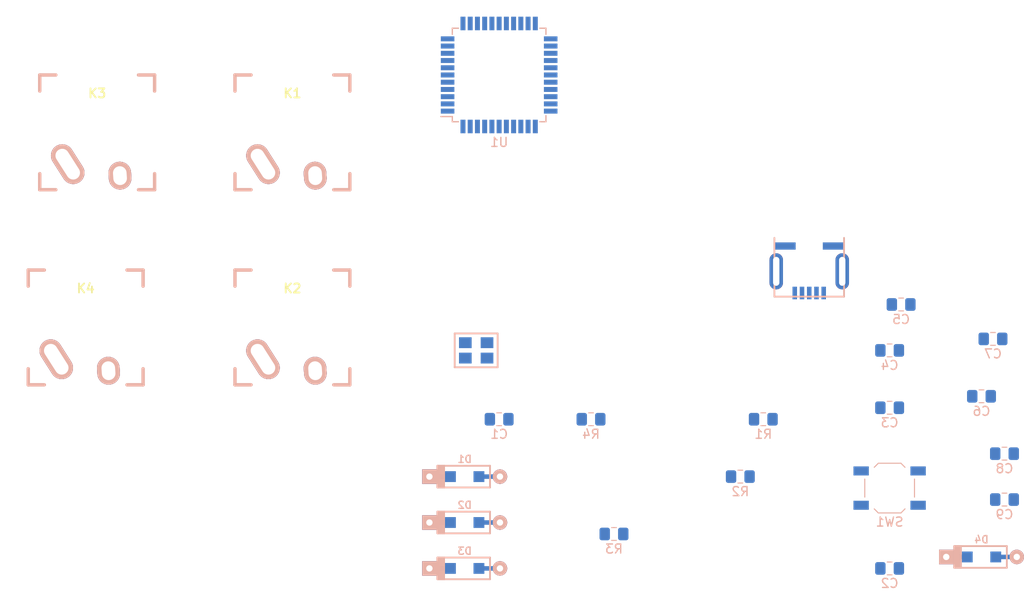
<source format=kicad_pcb>
(kicad_pcb (version 20171130) (host pcbnew "(5.1.6)-1")

  (general
    (thickness 1.6)
    (drawings 0)
    (tracks 0)
    (zones 0)
    (modules 25)
    (nets 44)
  )

  (page A4)
  (layers
    (0 F.Cu signal)
    (31 B.Cu signal)
    (32 B.Adhes user)
    (33 F.Adhes user)
    (34 B.Paste user)
    (35 F.Paste user)
    (36 B.SilkS user)
    (37 F.SilkS user)
    (38 B.Mask user)
    (39 F.Mask user)
    (40 Dwgs.User user)
    (41 Cmts.User user)
    (42 Eco1.User user)
    (43 Eco2.User user)
    (44 Edge.Cuts user)
    (45 Margin user)
    (46 B.CrtYd user)
    (47 F.CrtYd user)
    (48 B.Fab user)
    (49 F.Fab user)
  )

  (setup
    (last_trace_width 0.25)
    (trace_clearance 0.2)
    (zone_clearance 0.508)
    (zone_45_only no)
    (trace_min 0.2)
    (via_size 0.8)
    (via_drill 0.4)
    (via_min_size 0.4)
    (via_min_drill 0.3)
    (uvia_size 0.3)
    (uvia_drill 0.1)
    (uvias_allowed no)
    (uvia_min_size 0.2)
    (uvia_min_drill 0.1)
    (edge_width 0.05)
    (segment_width 0.2)
    (pcb_text_width 0.3)
    (pcb_text_size 1.5 1.5)
    (mod_edge_width 0.12)
    (mod_text_size 1 1)
    (mod_text_width 0.15)
    (pad_size 1.524 1.524)
    (pad_drill 0.762)
    (pad_to_mask_clearance 0.05)
    (aux_axis_origin 0 0)
    (visible_elements FFFFF77F)
    (pcbplotparams
      (layerselection 0x010fc_ffffffff)
      (usegerberextensions false)
      (usegerberattributes true)
      (usegerberadvancedattributes true)
      (creategerberjobfile true)
      (excludeedgelayer true)
      (linewidth 0.100000)
      (plotframeref false)
      (viasonmask false)
      (mode 1)
      (useauxorigin false)
      (hpglpennumber 1)
      (hpglpenspeed 20)
      (hpglpendiameter 15.000000)
      (psnegative false)
      (psa4output false)
      (plotreference true)
      (plotvalue true)
      (plotinvisibletext false)
      (padsonsilk false)
      (subtractmaskfromsilk false)
      (outputformat 1)
      (mirror false)
      (drillshape 1)
      (scaleselection 1)
      (outputdirectory ""))
  )

  (net 0 "")
  (net 1 "Net-(C1-Pad1)")
  (net 2 +5V)
  (net 3 "Net-(C2-Pad1)")
  (net 4 VCC)
  (net 5 "Net-(C8-Pad1)")
  (net 6 "Net-(C9-Pad1)")
  (net 7 "Net-(D1-Pad2)")
  (net 8 /row0)
  (net 9 "Net-(D2-Pad2)")
  (net 10 /row1)
  (net 11 "Net-(D3-Pad2)")
  (net 12 "Net-(D4-Pad2)")
  (net 13 "Net-(J1-Pad2)")
  (net 14 "Net-(J1-Pad3)")
  (net 15 "Net-(J1-Pad4)")
  (net 16 /col0)
  (net 17 /col1)
  (net 18 "Net-(R1-Pad1)")
  (net 19 "Net-(R2-Pad2)")
  (net 20 "Net-(R3-Pad1)")
  (net 21 "Net-(R4-Pad1)")
  (net 22 "Net-(U1-Pad1)")
  (net 23 "Net-(U1-Pad8)")
  (net 24 "Net-(U1-Pad9)")
  (net 25 "Net-(U1-Pad10)")
  (net 26 "Net-(U1-Pad11)")
  (net 27 "Net-(U1-Pad12)")
  (net 28 "Net-(U1-Pad18)")
  (net 29 "Net-(U1-Pad19)")
  (net 30 "Net-(U1-Pad20)")
  (net 31 "Net-(U1-Pad21)")
  (net 32 "Net-(U1-Pad22)")
  (net 33 "Net-(U1-Pad25)")
  (net 34 "Net-(U1-Pad26)")
  (net 35 "Net-(U1-Pad27)")
  (net 36 "Net-(U1-Pad28)")
  (net 37 "Net-(U1-Pad29)")
  (net 38 "Net-(U1-Pad30)")
  (net 39 "Net-(U1-Pad31)")
  (net 40 "Net-(U1-Pad32)")
  (net 41 "Net-(U1-Pad36)")
  (net 42 "Net-(U1-Pad37)")
  (net 43 "Net-(U1-Pad42)")

  (net_class Default "This is the default net class."
    (clearance 0.2)
    (trace_width 0.25)
    (via_dia 0.8)
    (via_drill 0.4)
    (uvia_dia 0.3)
    (uvia_drill 0.1)
    (add_net +5V)
    (add_net /col0)
    (add_net /col1)
    (add_net /row0)
    (add_net /row1)
    (add_net "Net-(C1-Pad1)")
    (add_net "Net-(C2-Pad1)")
    (add_net "Net-(C8-Pad1)")
    (add_net "Net-(C9-Pad1)")
    (add_net "Net-(D1-Pad2)")
    (add_net "Net-(D2-Pad2)")
    (add_net "Net-(D3-Pad2)")
    (add_net "Net-(D4-Pad2)")
    (add_net "Net-(J1-Pad2)")
    (add_net "Net-(J1-Pad3)")
    (add_net "Net-(J1-Pad4)")
    (add_net "Net-(R1-Pad1)")
    (add_net "Net-(R2-Pad2)")
    (add_net "Net-(R3-Pad1)")
    (add_net "Net-(R4-Pad1)")
    (add_net "Net-(U1-Pad1)")
    (add_net "Net-(U1-Pad10)")
    (add_net "Net-(U1-Pad11)")
    (add_net "Net-(U1-Pad12)")
    (add_net "Net-(U1-Pad18)")
    (add_net "Net-(U1-Pad19)")
    (add_net "Net-(U1-Pad20)")
    (add_net "Net-(U1-Pad21)")
    (add_net "Net-(U1-Pad22)")
    (add_net "Net-(U1-Pad25)")
    (add_net "Net-(U1-Pad26)")
    (add_net "Net-(U1-Pad27)")
    (add_net "Net-(U1-Pad28)")
    (add_net "Net-(U1-Pad29)")
    (add_net "Net-(U1-Pad30)")
    (add_net "Net-(U1-Pad31)")
    (add_net "Net-(U1-Pad32)")
    (add_net "Net-(U1-Pad36)")
    (add_net "Net-(U1-Pad37)")
    (add_net "Net-(U1-Pad42)")
    (add_net "Net-(U1-Pad8)")
    (add_net "Net-(U1-Pad9)")
    (add_net VCC)
  )

  (module Capacitor_SMD:C_0805_2012Metric_Pad1.15x1.40mm_HandSolder (layer B.Cu) (tedit 5B36C52B) (tstamp 5F3875DD)
    (at 128.27 134.62)
    (descr "Capacitor SMD 0805 (2012 Metric), square (rectangular) end terminal, IPC_7351 nominal with elongated pad for handsoldering. (Body size source: https://docs.google.com/spreadsheets/d/1BsfQQcO9C6DZCsRaXUlFlo91Tg2WpOkGARC1WS5S8t0/edit?usp=sharing), generated with kicad-footprint-generator")
    (tags "capacitor handsolder")
    (path /5F38913F)
    (attr smd)
    (fp_text reference C1 (at 0 1.65) (layer B.SilkS)
      (effects (font (size 1 1) (thickness 0.15)) (justify mirror))
    )
    (fp_text value 22p (at 0 -1.65) (layer B.Fab)
      (effects (font (size 1 1) (thickness 0.15)) (justify mirror))
    )
    (fp_line (start 1.85 -0.95) (end -1.85 -0.95) (layer B.CrtYd) (width 0.05))
    (fp_line (start 1.85 0.95) (end 1.85 -0.95) (layer B.CrtYd) (width 0.05))
    (fp_line (start -1.85 0.95) (end 1.85 0.95) (layer B.CrtYd) (width 0.05))
    (fp_line (start -1.85 -0.95) (end -1.85 0.95) (layer B.CrtYd) (width 0.05))
    (fp_line (start -0.261252 -0.71) (end 0.261252 -0.71) (layer B.SilkS) (width 0.12))
    (fp_line (start -0.261252 0.71) (end 0.261252 0.71) (layer B.SilkS) (width 0.12))
    (fp_line (start 1 -0.6) (end -1 -0.6) (layer B.Fab) (width 0.1))
    (fp_line (start 1 0.6) (end 1 -0.6) (layer B.Fab) (width 0.1))
    (fp_line (start -1 0.6) (end 1 0.6) (layer B.Fab) (width 0.1))
    (fp_line (start -1 -0.6) (end -1 0.6) (layer B.Fab) (width 0.1))
    (fp_text user %R (at 0 0) (layer B.Fab)
      (effects (font (size 0.5 0.5) (thickness 0.08)) (justify mirror))
    )
    (pad 1 smd roundrect (at -1.025 0) (size 1.15 1.4) (layers B.Cu B.Paste B.Mask) (roundrect_rratio 0.217391)
      (net 1 "Net-(C1-Pad1)"))
    (pad 2 smd roundrect (at 1.025 0) (size 1.15 1.4) (layers B.Cu B.Paste B.Mask) (roundrect_rratio 0.217391)
      (net 2 +5V))
    (model ${KISYS3DMOD}/Capacitor_SMD.3dshapes/C_0805_2012Metric.wrl
      (at (xyz 0 0 0))
      (scale (xyz 1 1 1))
      (rotate (xyz 0 0 0))
    )
  )

  (module Capacitor_SMD:C_0805_2012Metric_Pad1.15x1.40mm_HandSolder (layer B.Cu) (tedit 5B36C52B) (tstamp 5F3875EE)
    (at 171.45 151.13)
    (descr "Capacitor SMD 0805 (2012 Metric), square (rectangular) end terminal, IPC_7351 nominal with elongated pad for handsoldering. (Body size source: https://docs.google.com/spreadsheets/d/1BsfQQcO9C6DZCsRaXUlFlo91Tg2WpOkGARC1WS5S8t0/edit?usp=sharing), generated with kicad-footprint-generator")
    (tags "capacitor handsolder")
    (path /5F388530)
    (attr smd)
    (fp_text reference C2 (at 0 1.65) (layer B.SilkS)
      (effects (font (size 1 1) (thickness 0.15)) (justify mirror))
    )
    (fp_text value 22p (at 0 -1.65) (layer B.Fab)
      (effects (font (size 1 1) (thickness 0.15)) (justify mirror))
    )
    (fp_text user %R (at 0 0) (layer B.Fab)
      (effects (font (size 0.5 0.5) (thickness 0.08)) (justify mirror))
    )
    (fp_line (start -1 -0.6) (end -1 0.6) (layer B.Fab) (width 0.1))
    (fp_line (start -1 0.6) (end 1 0.6) (layer B.Fab) (width 0.1))
    (fp_line (start 1 0.6) (end 1 -0.6) (layer B.Fab) (width 0.1))
    (fp_line (start 1 -0.6) (end -1 -0.6) (layer B.Fab) (width 0.1))
    (fp_line (start -0.261252 0.71) (end 0.261252 0.71) (layer B.SilkS) (width 0.12))
    (fp_line (start -0.261252 -0.71) (end 0.261252 -0.71) (layer B.SilkS) (width 0.12))
    (fp_line (start -1.85 -0.95) (end -1.85 0.95) (layer B.CrtYd) (width 0.05))
    (fp_line (start -1.85 0.95) (end 1.85 0.95) (layer B.CrtYd) (width 0.05))
    (fp_line (start 1.85 0.95) (end 1.85 -0.95) (layer B.CrtYd) (width 0.05))
    (fp_line (start 1.85 -0.95) (end -1.85 -0.95) (layer B.CrtYd) (width 0.05))
    (pad 2 smd roundrect (at 1.025 0) (size 1.15 1.4) (layers B.Cu B.Paste B.Mask) (roundrect_rratio 0.217391)
      (net 2 +5V))
    (pad 1 smd roundrect (at -1.025 0) (size 1.15 1.4) (layers B.Cu B.Paste B.Mask) (roundrect_rratio 0.217391)
      (net 3 "Net-(C2-Pad1)"))
    (model ${KISYS3DMOD}/Capacitor_SMD.3dshapes/C_0805_2012Metric.wrl
      (at (xyz 0 0 0))
      (scale (xyz 1 1 1))
      (rotate (xyz 0 0 0))
    )
  )

  (module Capacitor_SMD:C_0805_2012Metric_Pad1.15x1.40mm_HandSolder (layer B.Cu) (tedit 5B36C52B) (tstamp 5F3875FF)
    (at 171.45 133.35)
    (descr "Capacitor SMD 0805 (2012 Metric), square (rectangular) end terminal, IPC_7351 nominal with elongated pad for handsoldering. (Body size source: https://docs.google.com/spreadsheets/d/1BsfQQcO9C6DZCsRaXUlFlo91Tg2WpOkGARC1WS5S8t0/edit?usp=sharing), generated with kicad-footprint-generator")
    (tags "capacitor handsolder")
    (path /5F39D3A9)
    (attr smd)
    (fp_text reference C3 (at 0 1.65) (layer B.SilkS)
      (effects (font (size 1 1) (thickness 0.15)) (justify mirror))
    )
    (fp_text value 0.1u (at 0 -1.65) (layer B.Fab)
      (effects (font (size 1 1) (thickness 0.15)) (justify mirror))
    )
    (fp_text user %R (at 0 0) (layer B.Fab)
      (effects (font (size 0.5 0.5) (thickness 0.08)) (justify mirror))
    )
    (fp_line (start -1 -0.6) (end -1 0.6) (layer B.Fab) (width 0.1))
    (fp_line (start -1 0.6) (end 1 0.6) (layer B.Fab) (width 0.1))
    (fp_line (start 1 0.6) (end 1 -0.6) (layer B.Fab) (width 0.1))
    (fp_line (start 1 -0.6) (end -1 -0.6) (layer B.Fab) (width 0.1))
    (fp_line (start -0.261252 0.71) (end 0.261252 0.71) (layer B.SilkS) (width 0.12))
    (fp_line (start -0.261252 -0.71) (end 0.261252 -0.71) (layer B.SilkS) (width 0.12))
    (fp_line (start -1.85 -0.95) (end -1.85 0.95) (layer B.CrtYd) (width 0.05))
    (fp_line (start -1.85 0.95) (end 1.85 0.95) (layer B.CrtYd) (width 0.05))
    (fp_line (start 1.85 0.95) (end 1.85 -0.95) (layer B.CrtYd) (width 0.05))
    (fp_line (start 1.85 -0.95) (end -1.85 -0.95) (layer B.CrtYd) (width 0.05))
    (pad 2 smd roundrect (at 1.025 0) (size 1.15 1.4) (layers B.Cu B.Paste B.Mask) (roundrect_rratio 0.217391)
      (net 2 +5V))
    (pad 1 smd roundrect (at -1.025 0) (size 1.15 1.4) (layers B.Cu B.Paste B.Mask) (roundrect_rratio 0.217391)
      (net 4 VCC))
    (model ${KISYS3DMOD}/Capacitor_SMD.3dshapes/C_0805_2012Metric.wrl
      (at (xyz 0 0 0))
      (scale (xyz 1 1 1))
      (rotate (xyz 0 0 0))
    )
  )

  (module Capacitor_SMD:C_0805_2012Metric_Pad1.15x1.40mm_HandSolder (layer B.Cu) (tedit 5B36C52B) (tstamp 5F387610)
    (at 171.45 127)
    (descr "Capacitor SMD 0805 (2012 Metric), square (rectangular) end terminal, IPC_7351 nominal with elongated pad for handsoldering. (Body size source: https://docs.google.com/spreadsheets/d/1BsfQQcO9C6DZCsRaXUlFlo91Tg2WpOkGARC1WS5S8t0/edit?usp=sharing), generated with kicad-footprint-generator")
    (tags "capacitor handsolder")
    (path /5F39EC0B)
    (attr smd)
    (fp_text reference C4 (at 0 1.65) (layer B.SilkS)
      (effects (font (size 1 1) (thickness 0.15)) (justify mirror))
    )
    (fp_text value 0.1u (at 0 -1.65) (layer B.Fab)
      (effects (font (size 1 1) (thickness 0.15)) (justify mirror))
    )
    (fp_line (start 1.85 -0.95) (end -1.85 -0.95) (layer B.CrtYd) (width 0.05))
    (fp_line (start 1.85 0.95) (end 1.85 -0.95) (layer B.CrtYd) (width 0.05))
    (fp_line (start -1.85 0.95) (end 1.85 0.95) (layer B.CrtYd) (width 0.05))
    (fp_line (start -1.85 -0.95) (end -1.85 0.95) (layer B.CrtYd) (width 0.05))
    (fp_line (start -0.261252 -0.71) (end 0.261252 -0.71) (layer B.SilkS) (width 0.12))
    (fp_line (start -0.261252 0.71) (end 0.261252 0.71) (layer B.SilkS) (width 0.12))
    (fp_line (start 1 -0.6) (end -1 -0.6) (layer B.Fab) (width 0.1))
    (fp_line (start 1 0.6) (end 1 -0.6) (layer B.Fab) (width 0.1))
    (fp_line (start -1 0.6) (end 1 0.6) (layer B.Fab) (width 0.1))
    (fp_line (start -1 -0.6) (end -1 0.6) (layer B.Fab) (width 0.1))
    (fp_text user %R (at 0 0) (layer B.Fab)
      (effects (font (size 0.5 0.5) (thickness 0.08)) (justify mirror))
    )
    (pad 1 smd roundrect (at -1.025 0) (size 1.15 1.4) (layers B.Cu B.Paste B.Mask) (roundrect_rratio 0.217391)
      (net 4 VCC))
    (pad 2 smd roundrect (at 1.025 0) (size 1.15 1.4) (layers B.Cu B.Paste B.Mask) (roundrect_rratio 0.217391)
      (net 2 +5V))
    (model ${KISYS3DMOD}/Capacitor_SMD.3dshapes/C_0805_2012Metric.wrl
      (at (xyz 0 0 0))
      (scale (xyz 1 1 1))
      (rotate (xyz 0 0 0))
    )
  )

  (module Capacitor_SMD:C_0805_2012Metric_Pad1.15x1.40mm_HandSolder (layer B.Cu) (tedit 5B36C52B) (tstamp 5F387621)
    (at 172.72 121.92)
    (descr "Capacitor SMD 0805 (2012 Metric), square (rectangular) end terminal, IPC_7351 nominal with elongated pad for handsoldering. (Body size source: https://docs.google.com/spreadsheets/d/1BsfQQcO9C6DZCsRaXUlFlo91Tg2WpOkGARC1WS5S8t0/edit?usp=sharing), generated with kicad-footprint-generator")
    (tags "capacitor handsolder")
    (path /5F39FADA)
    (attr smd)
    (fp_text reference C5 (at 0 1.65) (layer B.SilkS)
      (effects (font (size 1 1) (thickness 0.15)) (justify mirror))
    )
    (fp_text value 0.1u (at 0 -1.65) (layer B.Fab)
      (effects (font (size 1 1) (thickness 0.15)) (justify mirror))
    )
    (fp_text user %R (at 0 0) (layer B.Fab)
      (effects (font (size 0.5 0.5) (thickness 0.08)) (justify mirror))
    )
    (fp_line (start -1 -0.6) (end -1 0.6) (layer B.Fab) (width 0.1))
    (fp_line (start -1 0.6) (end 1 0.6) (layer B.Fab) (width 0.1))
    (fp_line (start 1 0.6) (end 1 -0.6) (layer B.Fab) (width 0.1))
    (fp_line (start 1 -0.6) (end -1 -0.6) (layer B.Fab) (width 0.1))
    (fp_line (start -0.261252 0.71) (end 0.261252 0.71) (layer B.SilkS) (width 0.12))
    (fp_line (start -0.261252 -0.71) (end 0.261252 -0.71) (layer B.SilkS) (width 0.12))
    (fp_line (start -1.85 -0.95) (end -1.85 0.95) (layer B.CrtYd) (width 0.05))
    (fp_line (start -1.85 0.95) (end 1.85 0.95) (layer B.CrtYd) (width 0.05))
    (fp_line (start 1.85 0.95) (end 1.85 -0.95) (layer B.CrtYd) (width 0.05))
    (fp_line (start 1.85 -0.95) (end -1.85 -0.95) (layer B.CrtYd) (width 0.05))
    (pad 2 smd roundrect (at 1.025 0) (size 1.15 1.4) (layers B.Cu B.Paste B.Mask) (roundrect_rratio 0.217391)
      (net 2 +5V))
    (pad 1 smd roundrect (at -1.025 0) (size 1.15 1.4) (layers B.Cu B.Paste B.Mask) (roundrect_rratio 0.217391)
      (net 4 VCC))
    (model ${KISYS3DMOD}/Capacitor_SMD.3dshapes/C_0805_2012Metric.wrl
      (at (xyz 0 0 0))
      (scale (xyz 1 1 1))
      (rotate (xyz 0 0 0))
    )
  )

  (module Capacitor_SMD:C_0805_2012Metric_Pad1.15x1.40mm_HandSolder (layer B.Cu) (tedit 5B36C52B) (tstamp 5F387632)
    (at 181.61 132.08)
    (descr "Capacitor SMD 0805 (2012 Metric), square (rectangular) end terminal, IPC_7351 nominal with elongated pad for handsoldering. (Body size source: https://docs.google.com/spreadsheets/d/1BsfQQcO9C6DZCsRaXUlFlo91Tg2WpOkGARC1WS5S8t0/edit?usp=sharing), generated with kicad-footprint-generator")
    (tags "capacitor handsolder")
    (path /5F3A0DDB)
    (attr smd)
    (fp_text reference C6 (at 0 1.65) (layer B.SilkS)
      (effects (font (size 1 1) (thickness 0.15)) (justify mirror))
    )
    (fp_text value 0.1u (at 0 -1.65) (layer B.Fab)
      (effects (font (size 1 1) (thickness 0.15)) (justify mirror))
    )
    (fp_line (start 1.85 -0.95) (end -1.85 -0.95) (layer B.CrtYd) (width 0.05))
    (fp_line (start 1.85 0.95) (end 1.85 -0.95) (layer B.CrtYd) (width 0.05))
    (fp_line (start -1.85 0.95) (end 1.85 0.95) (layer B.CrtYd) (width 0.05))
    (fp_line (start -1.85 -0.95) (end -1.85 0.95) (layer B.CrtYd) (width 0.05))
    (fp_line (start -0.261252 -0.71) (end 0.261252 -0.71) (layer B.SilkS) (width 0.12))
    (fp_line (start -0.261252 0.71) (end 0.261252 0.71) (layer B.SilkS) (width 0.12))
    (fp_line (start 1 -0.6) (end -1 -0.6) (layer B.Fab) (width 0.1))
    (fp_line (start 1 0.6) (end 1 -0.6) (layer B.Fab) (width 0.1))
    (fp_line (start -1 0.6) (end 1 0.6) (layer B.Fab) (width 0.1))
    (fp_line (start -1 -0.6) (end -1 0.6) (layer B.Fab) (width 0.1))
    (fp_text user %R (at 0 0) (layer B.Fab)
      (effects (font (size 0.5 0.5) (thickness 0.08)) (justify mirror))
    )
    (pad 1 smd roundrect (at -1.025 0) (size 1.15 1.4) (layers B.Cu B.Paste B.Mask) (roundrect_rratio 0.217391)
      (net 4 VCC))
    (pad 2 smd roundrect (at 1.025 0) (size 1.15 1.4) (layers B.Cu B.Paste B.Mask) (roundrect_rratio 0.217391)
      (net 2 +5V))
    (model ${KISYS3DMOD}/Capacitor_SMD.3dshapes/C_0805_2012Metric.wrl
      (at (xyz 0 0 0))
      (scale (xyz 1 1 1))
      (rotate (xyz 0 0 0))
    )
  )

  (module Capacitor_SMD:C_0805_2012Metric_Pad1.15x1.40mm_HandSolder (layer B.Cu) (tedit 5B36C52B) (tstamp 5F387643)
    (at 182.88 125.73)
    (descr "Capacitor SMD 0805 (2012 Metric), square (rectangular) end terminal, IPC_7351 nominal with elongated pad for handsoldering. (Body size source: https://docs.google.com/spreadsheets/d/1BsfQQcO9C6DZCsRaXUlFlo91Tg2WpOkGARC1WS5S8t0/edit?usp=sharing), generated with kicad-footprint-generator")
    (tags "capacitor handsolder")
    (path /5F3A18D8)
    (attr smd)
    (fp_text reference C7 (at 0 1.65) (layer B.SilkS)
      (effects (font (size 1 1) (thickness 0.15)) (justify mirror))
    )
    (fp_text value 4.7u (at 0 -1.65) (layer B.Fab)
      (effects (font (size 1 1) (thickness 0.15)) (justify mirror))
    )
    (fp_text user %R (at 0 0) (layer B.Fab)
      (effects (font (size 0.5 0.5) (thickness 0.08)) (justify mirror))
    )
    (fp_line (start -1 -0.6) (end -1 0.6) (layer B.Fab) (width 0.1))
    (fp_line (start -1 0.6) (end 1 0.6) (layer B.Fab) (width 0.1))
    (fp_line (start 1 0.6) (end 1 -0.6) (layer B.Fab) (width 0.1))
    (fp_line (start 1 -0.6) (end -1 -0.6) (layer B.Fab) (width 0.1))
    (fp_line (start -0.261252 0.71) (end 0.261252 0.71) (layer B.SilkS) (width 0.12))
    (fp_line (start -0.261252 -0.71) (end 0.261252 -0.71) (layer B.SilkS) (width 0.12))
    (fp_line (start -1.85 -0.95) (end -1.85 0.95) (layer B.CrtYd) (width 0.05))
    (fp_line (start -1.85 0.95) (end 1.85 0.95) (layer B.CrtYd) (width 0.05))
    (fp_line (start 1.85 0.95) (end 1.85 -0.95) (layer B.CrtYd) (width 0.05))
    (fp_line (start 1.85 -0.95) (end -1.85 -0.95) (layer B.CrtYd) (width 0.05))
    (pad 2 smd roundrect (at 1.025 0) (size 1.15 1.4) (layers B.Cu B.Paste B.Mask) (roundrect_rratio 0.217391)
      (net 2 +5V))
    (pad 1 smd roundrect (at -1.025 0) (size 1.15 1.4) (layers B.Cu B.Paste B.Mask) (roundrect_rratio 0.217391)
      (net 4 VCC))
    (model ${KISYS3DMOD}/Capacitor_SMD.3dshapes/C_0805_2012Metric.wrl
      (at (xyz 0 0 0))
      (scale (xyz 1 1 1))
      (rotate (xyz 0 0 0))
    )
  )

  (module Capacitor_SMD:C_0805_2012Metric_Pad1.15x1.40mm_HandSolder (layer B.Cu) (tedit 5B36C52B) (tstamp 5F387654)
    (at 184.15 138.43)
    (descr "Capacitor SMD 0805 (2012 Metric), square (rectangular) end terminal, IPC_7351 nominal with elongated pad for handsoldering. (Body size source: https://docs.google.com/spreadsheets/d/1BsfQQcO9C6DZCsRaXUlFlo91Tg2WpOkGARC1WS5S8t0/edit?usp=sharing), generated with kicad-footprint-generator")
    (tags "capacitor handsolder")
    (path /5F3C7B61)
    (attr smd)
    (fp_text reference C8 (at 0 1.65) (layer B.SilkS)
      (effects (font (size 1 1) (thickness 0.15)) (justify mirror))
    )
    (fp_text value 1u (at 0 -1.65) (layer B.Fab)
      (effects (font (size 1 1) (thickness 0.15)) (justify mirror))
    )
    (fp_line (start 1.85 -0.95) (end -1.85 -0.95) (layer B.CrtYd) (width 0.05))
    (fp_line (start 1.85 0.95) (end 1.85 -0.95) (layer B.CrtYd) (width 0.05))
    (fp_line (start -1.85 0.95) (end 1.85 0.95) (layer B.CrtYd) (width 0.05))
    (fp_line (start -1.85 -0.95) (end -1.85 0.95) (layer B.CrtYd) (width 0.05))
    (fp_line (start -0.261252 -0.71) (end 0.261252 -0.71) (layer B.SilkS) (width 0.12))
    (fp_line (start -0.261252 0.71) (end 0.261252 0.71) (layer B.SilkS) (width 0.12))
    (fp_line (start 1 -0.6) (end -1 -0.6) (layer B.Fab) (width 0.1))
    (fp_line (start 1 0.6) (end 1 -0.6) (layer B.Fab) (width 0.1))
    (fp_line (start -1 0.6) (end 1 0.6) (layer B.Fab) (width 0.1))
    (fp_line (start -1 -0.6) (end -1 0.6) (layer B.Fab) (width 0.1))
    (fp_text user %R (at 0 0) (layer B.Fab)
      (effects (font (size 0.5 0.5) (thickness 0.08)) (justify mirror))
    )
    (pad 1 smd roundrect (at -1.025 0) (size 1.15 1.4) (layers B.Cu B.Paste B.Mask) (roundrect_rratio 0.217391)
      (net 5 "Net-(C8-Pad1)"))
    (pad 2 smd roundrect (at 1.025 0) (size 1.15 1.4) (layers B.Cu B.Paste B.Mask) (roundrect_rratio 0.217391)
      (net 2 +5V))
    (model ${KISYS3DMOD}/Capacitor_SMD.3dshapes/C_0805_2012Metric.wrl
      (at (xyz 0 0 0))
      (scale (xyz 1 1 1))
      (rotate (xyz 0 0 0))
    )
  )

  (module Capacitor_SMD:C_0805_2012Metric_Pad1.15x1.40mm_HandSolder (layer B.Cu) (tedit 5B36C52B) (tstamp 5F387665)
    (at 184.15 143.51)
    (descr "Capacitor SMD 0805 (2012 Metric), square (rectangular) end terminal, IPC_7351 nominal with elongated pad for handsoldering. (Body size source: https://docs.google.com/spreadsheets/d/1BsfQQcO9C6DZCsRaXUlFlo91Tg2WpOkGARC1WS5S8t0/edit?usp=sharing), generated with kicad-footprint-generator")
    (tags "capacitor handsolder")
    (path /5F3F344B)
    (attr smd)
    (fp_text reference C9 (at 0 1.65) (layer B.SilkS)
      (effects (font (size 1 1) (thickness 0.15)) (justify mirror))
    )
    (fp_text value 10u (at 0 -1.65) (layer B.Fab)
      (effects (font (size 1 1) (thickness 0.15)) (justify mirror))
    )
    (fp_line (start 1.85 -0.95) (end -1.85 -0.95) (layer B.CrtYd) (width 0.05))
    (fp_line (start 1.85 0.95) (end 1.85 -0.95) (layer B.CrtYd) (width 0.05))
    (fp_line (start -1.85 0.95) (end 1.85 0.95) (layer B.CrtYd) (width 0.05))
    (fp_line (start -1.85 -0.95) (end -1.85 0.95) (layer B.CrtYd) (width 0.05))
    (fp_line (start -0.261252 -0.71) (end 0.261252 -0.71) (layer B.SilkS) (width 0.12))
    (fp_line (start -0.261252 0.71) (end 0.261252 0.71) (layer B.SilkS) (width 0.12))
    (fp_line (start 1 -0.6) (end -1 -0.6) (layer B.Fab) (width 0.1))
    (fp_line (start 1 0.6) (end 1 -0.6) (layer B.Fab) (width 0.1))
    (fp_line (start -1 0.6) (end 1 0.6) (layer B.Fab) (width 0.1))
    (fp_line (start -1 -0.6) (end -1 0.6) (layer B.Fab) (width 0.1))
    (fp_text user %R (at 0 0) (layer B.Fab)
      (effects (font (size 0.5 0.5) (thickness 0.08)) (justify mirror))
    )
    (pad 1 smd roundrect (at -1.025 0) (size 1.15 1.4) (layers B.Cu B.Paste B.Mask) (roundrect_rratio 0.217391)
      (net 6 "Net-(C9-Pad1)"))
    (pad 2 smd roundrect (at 1.025 0) (size 1.15 1.4) (layers B.Cu B.Paste B.Mask) (roundrect_rratio 0.217391)
      (net 4 VCC))
    (model ${KISYS3DMOD}/Capacitor_SMD.3dshapes/C_0805_2012Metric.wrl
      (at (xyz 0 0 0))
      (scale (xyz 1 1 1))
      (rotate (xyz 0 0 0))
    )
  )

  (module keyboard_parts:D_SOD123_axial (layer B.Cu) (tedit 561B6A12) (tstamp 5F387678)
    (at 124.46 140.97)
    (path /5F38AEAC)
    (attr smd)
    (fp_text reference D1 (at 0 -1.925) (layer B.SilkS)
      (effects (font (size 0.8 0.8) (thickness 0.15)) (justify mirror))
    )
    (fp_text value D (at 0 1.925) (layer B.SilkS) hide
      (effects (font (size 0.8 0.8) (thickness 0.15)) (justify mirror))
    )
    (fp_line (start -2.275 1.2) (end -2.275 -1.2) (layer B.SilkS) (width 0.2))
    (fp_line (start -2.45 1.2) (end -2.45 -1.2) (layer B.SilkS) (width 0.2))
    (fp_line (start -2.625 1.2) (end -2.625 -1.2) (layer B.SilkS) (width 0.2))
    (fp_line (start -3.025 -1.2) (end -3.025 1.2) (layer B.SilkS) (width 0.2))
    (fp_line (start -2.8 1.2) (end -2.8 -1.2) (layer B.SilkS) (width 0.2))
    (fp_line (start -2.925 1.2) (end -2.925 -1.2) (layer B.SilkS) (width 0.2))
    (fp_line (start -3 1.2) (end 2.8 1.2) (layer B.SilkS) (width 0.2))
    (fp_line (start 2.8 1.2) (end 2.8 -1.2) (layer B.SilkS) (width 0.2))
    (fp_line (start 2.8 -1.2) (end -3 -1.2) (layer B.SilkS) (width 0.2))
    (pad 2 smd rect (at 2.7 0) (size 2.5 0.5) (layers B.Cu)
      (net 7 "Net-(D1-Pad2)") (solder_mask_margin -999))
    (pad 1 smd rect (at -2.7 0) (size 2.5 0.5) (layers B.Cu)
      (net 8 /row0) (solder_mask_margin -999))
    (pad 2 thru_hole circle (at 3.9 0) (size 1.6 1.6) (drill 0.7) (layers *.Cu *.Mask B.SilkS)
      (net 7 "Net-(D1-Pad2)"))
    (pad 1 thru_hole rect (at -3.9 0) (size 1.6 1.6) (drill 0.7) (layers *.Cu *.Mask B.SilkS)
      (net 8 /row0))
    (pad 1 smd rect (at -1.575 0) (size 1.2 1.2) (layers B.Cu B.Paste B.Mask)
      (net 8 /row0))
    (pad 2 smd rect (at 1.575 0) (size 1.2 1.2) (layers B.Cu B.Paste B.Mask)
      (net 7 "Net-(D1-Pad2)"))
  )

  (module keyboard_parts:D_SOD123_axial (layer B.Cu) (tedit 561B6A12) (tstamp 5F38768B)
    (at 124.46 146.05)
    (path /5F38D8E6)
    (attr smd)
    (fp_text reference D2 (at 0 -1.925) (layer B.SilkS)
      (effects (font (size 0.8 0.8) (thickness 0.15)) (justify mirror))
    )
    (fp_text value D (at 0 1.925) (layer B.SilkS) hide
      (effects (font (size 0.8 0.8) (thickness 0.15)) (justify mirror))
    )
    (fp_line (start 2.8 -1.2) (end -3 -1.2) (layer B.SilkS) (width 0.2))
    (fp_line (start 2.8 1.2) (end 2.8 -1.2) (layer B.SilkS) (width 0.2))
    (fp_line (start -3 1.2) (end 2.8 1.2) (layer B.SilkS) (width 0.2))
    (fp_line (start -2.925 1.2) (end -2.925 -1.2) (layer B.SilkS) (width 0.2))
    (fp_line (start -2.8 1.2) (end -2.8 -1.2) (layer B.SilkS) (width 0.2))
    (fp_line (start -3.025 -1.2) (end -3.025 1.2) (layer B.SilkS) (width 0.2))
    (fp_line (start -2.625 1.2) (end -2.625 -1.2) (layer B.SilkS) (width 0.2))
    (fp_line (start -2.45 1.2) (end -2.45 -1.2) (layer B.SilkS) (width 0.2))
    (fp_line (start -2.275 1.2) (end -2.275 -1.2) (layer B.SilkS) (width 0.2))
    (pad 2 smd rect (at 1.575 0) (size 1.2 1.2) (layers B.Cu B.Paste B.Mask)
      (net 9 "Net-(D2-Pad2)"))
    (pad 1 smd rect (at -1.575 0) (size 1.2 1.2) (layers B.Cu B.Paste B.Mask)
      (net 10 /row1))
    (pad 1 thru_hole rect (at -3.9 0) (size 1.6 1.6) (drill 0.7) (layers *.Cu *.Mask B.SilkS)
      (net 10 /row1))
    (pad 2 thru_hole circle (at 3.9 0) (size 1.6 1.6) (drill 0.7) (layers *.Cu *.Mask B.SilkS)
      (net 9 "Net-(D2-Pad2)"))
    (pad 1 smd rect (at -2.7 0) (size 2.5 0.5) (layers B.Cu)
      (net 10 /row1) (solder_mask_margin -999))
    (pad 2 smd rect (at 2.7 0) (size 2.5 0.5) (layers B.Cu)
      (net 9 "Net-(D2-Pad2)") (solder_mask_margin -999))
  )

  (module keyboard_parts:D_SOD123_axial (layer B.Cu) (tedit 561B6A12) (tstamp 5F38769E)
    (at 124.46 151.13)
    (path /5F38C4C3)
    (attr smd)
    (fp_text reference D3 (at 0 -1.925) (layer B.SilkS)
      (effects (font (size 0.8 0.8) (thickness 0.15)) (justify mirror))
    )
    (fp_text value D (at 0 1.925) (layer B.SilkS) hide
      (effects (font (size 0.8 0.8) (thickness 0.15)) (justify mirror))
    )
    (fp_line (start 2.8 -1.2) (end -3 -1.2) (layer B.SilkS) (width 0.2))
    (fp_line (start 2.8 1.2) (end 2.8 -1.2) (layer B.SilkS) (width 0.2))
    (fp_line (start -3 1.2) (end 2.8 1.2) (layer B.SilkS) (width 0.2))
    (fp_line (start -2.925 1.2) (end -2.925 -1.2) (layer B.SilkS) (width 0.2))
    (fp_line (start -2.8 1.2) (end -2.8 -1.2) (layer B.SilkS) (width 0.2))
    (fp_line (start -3.025 -1.2) (end -3.025 1.2) (layer B.SilkS) (width 0.2))
    (fp_line (start -2.625 1.2) (end -2.625 -1.2) (layer B.SilkS) (width 0.2))
    (fp_line (start -2.45 1.2) (end -2.45 -1.2) (layer B.SilkS) (width 0.2))
    (fp_line (start -2.275 1.2) (end -2.275 -1.2) (layer B.SilkS) (width 0.2))
    (pad 2 smd rect (at 1.575 0) (size 1.2 1.2) (layers B.Cu B.Paste B.Mask)
      (net 11 "Net-(D3-Pad2)"))
    (pad 1 smd rect (at -1.575 0) (size 1.2 1.2) (layers B.Cu B.Paste B.Mask)
      (net 8 /row0))
    (pad 1 thru_hole rect (at -3.9 0) (size 1.6 1.6) (drill 0.7) (layers *.Cu *.Mask B.SilkS)
      (net 8 /row0))
    (pad 2 thru_hole circle (at 3.9 0) (size 1.6 1.6) (drill 0.7) (layers *.Cu *.Mask B.SilkS)
      (net 11 "Net-(D3-Pad2)"))
    (pad 1 smd rect (at -2.7 0) (size 2.5 0.5) (layers B.Cu)
      (net 8 /row0) (solder_mask_margin -999))
    (pad 2 smd rect (at 2.7 0) (size 2.5 0.5) (layers B.Cu)
      (net 11 "Net-(D3-Pad2)") (solder_mask_margin -999))
  )

  (module keyboard_parts:D_SOD123_axial (layer B.Cu) (tedit 561B6A12) (tstamp 5F3876B1)
    (at 181.61 149.86)
    (path /5F38D327)
    (attr smd)
    (fp_text reference D4 (at 0 -1.925) (layer B.SilkS)
      (effects (font (size 0.8 0.8) (thickness 0.15)) (justify mirror))
    )
    (fp_text value D (at 0 1.925) (layer B.SilkS) hide
      (effects (font (size 0.8 0.8) (thickness 0.15)) (justify mirror))
    )
    (fp_line (start -2.275 1.2) (end -2.275 -1.2) (layer B.SilkS) (width 0.2))
    (fp_line (start -2.45 1.2) (end -2.45 -1.2) (layer B.SilkS) (width 0.2))
    (fp_line (start -2.625 1.2) (end -2.625 -1.2) (layer B.SilkS) (width 0.2))
    (fp_line (start -3.025 -1.2) (end -3.025 1.2) (layer B.SilkS) (width 0.2))
    (fp_line (start -2.8 1.2) (end -2.8 -1.2) (layer B.SilkS) (width 0.2))
    (fp_line (start -2.925 1.2) (end -2.925 -1.2) (layer B.SilkS) (width 0.2))
    (fp_line (start -3 1.2) (end 2.8 1.2) (layer B.SilkS) (width 0.2))
    (fp_line (start 2.8 1.2) (end 2.8 -1.2) (layer B.SilkS) (width 0.2))
    (fp_line (start 2.8 -1.2) (end -3 -1.2) (layer B.SilkS) (width 0.2))
    (pad 2 smd rect (at 2.7 0) (size 2.5 0.5) (layers B.Cu)
      (net 12 "Net-(D4-Pad2)") (solder_mask_margin -999))
    (pad 1 smd rect (at -2.7 0) (size 2.5 0.5) (layers B.Cu)
      (net 10 /row1) (solder_mask_margin -999))
    (pad 2 thru_hole circle (at 3.9 0) (size 1.6 1.6) (drill 0.7) (layers *.Cu *.Mask B.SilkS)
      (net 12 "Net-(D4-Pad2)"))
    (pad 1 thru_hole rect (at -3.9 0) (size 1.6 1.6) (drill 0.7) (layers *.Cu *.Mask B.SilkS)
      (net 10 /row1))
    (pad 1 smd rect (at -1.575 0) (size 1.2 1.2) (layers B.Cu B.Paste B.Mask)
      (net 10 /row1))
    (pad 2 smd rect (at 1.575 0) (size 1.2 1.2) (layers B.Cu B.Paste B.Mask)
      (net 12 "Net-(D4-Pad2)"))
  )

  (module keyboard_parts:USB_miniB_hirose_5S8 (layer B.Cu) (tedit 5950B1FC) (tstamp 5F3876C6)
    (at 162.56 120.65)
    (descr "USB miniB hirose UX60SC-MB-5S8")
    (tags "USB miniB hirose through hole UX60SC-MB-5S8")
    (path /5F3C287D)
    (fp_text reference J1 (at 0 -2.45) (layer B.SilkS) hide
      (effects (font (size 0.8128 0.8128) (thickness 0.2032)) (justify mirror))
    )
    (fp_text value USB_mini_micro_B (at 0 -7.95) (layer Dwgs.User) hide
      (effects (font (size 1.524 1.524) (thickness 0.3048)))
    )
    (fp_line (start -3.85 -6.6) (end 3.85 -6.6) (layer Dwgs.User) (width 0.2))
    (fp_line (start 3.85 -6.6) (end 3.85 -5.7) (layer Dwgs.User) (width 0.2))
    (fp_line (start -3.85 -6.6) (end -3.85 -5.7) (layer Dwgs.User) (width 0.2))
    (fp_line (start -1 -6.1) (end 1 -6.1) (layer Dwgs.User) (width 0.2))
    (fp_line (start -3.85 0.4) (end 3.85 0.4) (layer B.SilkS) (width 0.2))
    (fp_line (start -3.85 0.4) (end -3.85 -6.1) (layer B.SilkS) (width 0.2))
    (fp_line (start 3.85 0.4) (end 3.85 -6.1) (layer B.SilkS) (width 0.2))
    (fp_text user "PCB edge" (at -0.05 -5.35) (layer Dwgs.User) hide
      (effects (font (size 0.5 0.5) (thickness 0.125)))
    )
    (pad 6 smd rect (at 2.675 -5.2) (size 2.35 0.8) (layers B.Cu B.Paste B.Mask)
      (net 2 +5V))
    (pad 6 smd rect (at -2.675 -5.2) (size 2.35 0.8) (layers B.Cu B.Paste B.Mask)
      (net 2 +5V))
    (pad 1 smd rect (at -1.6 0) (size 0.5 1.4) (layers B.Cu B.Paste B.Mask)
      (net 4 VCC))
    (pad 2 smd rect (at -0.8 0) (size 0.5 1.4) (layers B.Cu B.Paste B.Mask)
      (net 13 "Net-(J1-Pad2)"))
    (pad 3 smd rect (at 0 0) (size 0.5 1.4) (layers B.Cu B.Paste B.Mask)
      (net 14 "Net-(J1-Pad3)"))
    (pad 4 smd rect (at 0.8 0) (size 0.5 1.4) (layers B.Cu B.Paste B.Mask)
      (net 15 "Net-(J1-Pad4)"))
    (pad 5 smd rect (at 1.6 0) (size 0.5 1.4) (layers B.Cu B.Paste B.Mask)
      (net 2 +5V))
    (pad 6 thru_hole oval (at -3.65 -2.4) (size 1.5 4) (drill oval 0.7 3.2) (layers *.Cu *.Mask B.Paste)
      (net 2 +5V))
    (pad 6 thru_hole oval (at 3.65 -2.4) (size 1.5 4) (drill oval 0.7 3.2) (layers *.Cu *.Mask B.Paste)
      (net 2 +5V))
  )

  (module keebs:Mx_Alps_100 (layer B.Cu) (tedit 5F25CCD9) (tstamp 5F3876EB)
    (at 105.41 102.87)
    (descr MXALPS)
    (tags MXALPS)
    (path /5F386F8E)
    (fp_text reference K1 (at 0 -4.318) (layer F.SilkS)
      (effects (font (size 1 1) (thickness 0.2)))
    )
    (fp_text value KEYSW (at 5.334 -10.922) (layer F.SilkS) hide
      (effects (font (size 1.524 1.524) (thickness 0.3048)))
    )
    (fp_line (start -6.35 6.35) (end 6.35 6.35) (layer Cmts.User) (width 0.1524))
    (fp_line (start 6.35 6.35) (end 6.35 -6.35) (layer Cmts.User) (width 0.1524))
    (fp_line (start 6.35 -6.35) (end -6.35 -6.35) (layer Cmts.User) (width 0.1524))
    (fp_line (start -6.35 -6.35) (end -6.35 6.35) (layer Cmts.User) (width 0.1524))
    (fp_line (start -9.398 9.398) (end 9.398 9.398) (layer Dwgs.User) (width 0.1524))
    (fp_line (start 9.398 9.398) (end 9.398 -9.398) (layer Dwgs.User) (width 0.1524))
    (fp_line (start 9.398 -9.398) (end -9.398 -9.398) (layer Dwgs.User) (width 0.1524))
    (fp_line (start -9.398 -9.398) (end -9.398 9.398) (layer Dwgs.User) (width 0.1524))
    (fp_line (start -6.35 6.35) (end -4.572 6.35) (layer B.SilkS) (width 0.381))
    (fp_line (start 4.572 6.35) (end 6.35 6.35) (layer B.SilkS) (width 0.381))
    (fp_line (start 6.35 6.35) (end 6.35 4.572) (layer B.SilkS) (width 0.381))
    (fp_line (start 6.35 -4.572) (end 6.35 -6.35) (layer B.SilkS) (width 0.381))
    (fp_line (start 6.35 -6.35) (end 4.572 -6.35) (layer B.SilkS) (width 0.381))
    (fp_line (start -4.572 -6.35) (end -6.35 -6.35) (layer B.SilkS) (width 0.381))
    (fp_line (start -6.35 -6.35) (end -6.35 -4.572) (layer B.SilkS) (width 0.381))
    (fp_line (start -6.35 4.572) (end -6.35 6.35) (layer B.SilkS) (width 0.381))
    (fp_line (start -6.985 6.985) (end 6.985 6.985) (layer Eco2.User) (width 0.1524))
    (fp_line (start 6.985 6.985) (end 6.985 -6.985) (layer Eco2.User) (width 0.1524))
    (fp_line (start 6.985 -6.985) (end -6.985 -6.985) (layer Eco2.User) (width 0.1524))
    (fp_line (start -6.985 -6.985) (end -6.985 6.985) (layer Eco2.User) (width 0.1524))
    (fp_line (start -7.75 -6.4) (end -7.75 6.4) (layer Dwgs.User) (width 0.3))
    (fp_line (start -7.75 -6.4) (end 7.75 -6.4) (layer Dwgs.User) (width 0.3))
    (fp_line (start 7.75 -6.4) (end 7.75 6.4) (layer Dwgs.User) (width 0.3))
    (fp_line (start 7.75 6.4) (end -7.75 6.4) (layer Dwgs.User) (width 0.3))
    (fp_line (start -7.62 7.62) (end 7.62 7.62) (layer Dwgs.User) (width 0.3))
    (fp_line (start 7.62 7.62) (end 7.62 -7.62) (layer Dwgs.User) (width 0.3))
    (fp_line (start 7.62 -7.62) (end -7.62 -7.62) (layer Dwgs.User) (width 0.3))
    (fp_line (start -7.62 -7.62) (end -7.62 7.62) (layer Dwgs.User) (width 0.3))
    (pad "" np_thru_hole circle (at 0 0) (size 3.9878 3.9878) (drill 3.9878) (layers *.Cu *.Mask))
    (pad "" np_thru_hole circle (at -5.08 0) (size 1.7018 1.7018) (drill 1.7018) (layers *.Cu *.Mask))
    (pad "" np_thru_hole circle (at 5.08 0) (size 1.7018 1.7018) (drill 1.7018) (layers *.Cu *.Mask))
    (pad 1 thru_hole oval (at -3.255 3.52 32.5) (size 2.5 4.75) (drill oval 1.5 3.75) (layers *.Cu *.Mask B.SilkS)
      (net 16 /col0))
    (pad 2 thru_hole oval (at 2.52 4.79 3.9) (size 2.5 3.08) (drill oval 1.5 2.08) (layers *.Cu *.Mask B.SilkS)
      (net 7 "Net-(D1-Pad2)"))
  )

  (module keebs:Mx_Alps_100 (layer B.Cu) (tedit 5F25CCD9) (tstamp 5F387710)
    (at 105.41 124.46)
    (descr MXALPS)
    (tags MXALPS)
    (path /5F389D12)
    (fp_text reference K2 (at 0 -4.318) (layer F.SilkS)
      (effects (font (size 1 1) (thickness 0.2)))
    )
    (fp_text value KEYSW (at 5.334 -10.922) (layer F.SilkS) hide
      (effects (font (size 1.524 1.524) (thickness 0.3048)))
    )
    (fp_line (start -6.35 6.35) (end 6.35 6.35) (layer Cmts.User) (width 0.1524))
    (fp_line (start 6.35 6.35) (end 6.35 -6.35) (layer Cmts.User) (width 0.1524))
    (fp_line (start 6.35 -6.35) (end -6.35 -6.35) (layer Cmts.User) (width 0.1524))
    (fp_line (start -6.35 -6.35) (end -6.35 6.35) (layer Cmts.User) (width 0.1524))
    (fp_line (start -9.398 9.398) (end 9.398 9.398) (layer Dwgs.User) (width 0.1524))
    (fp_line (start 9.398 9.398) (end 9.398 -9.398) (layer Dwgs.User) (width 0.1524))
    (fp_line (start 9.398 -9.398) (end -9.398 -9.398) (layer Dwgs.User) (width 0.1524))
    (fp_line (start -9.398 -9.398) (end -9.398 9.398) (layer Dwgs.User) (width 0.1524))
    (fp_line (start -6.35 6.35) (end -4.572 6.35) (layer B.SilkS) (width 0.381))
    (fp_line (start 4.572 6.35) (end 6.35 6.35) (layer B.SilkS) (width 0.381))
    (fp_line (start 6.35 6.35) (end 6.35 4.572) (layer B.SilkS) (width 0.381))
    (fp_line (start 6.35 -4.572) (end 6.35 -6.35) (layer B.SilkS) (width 0.381))
    (fp_line (start 6.35 -6.35) (end 4.572 -6.35) (layer B.SilkS) (width 0.381))
    (fp_line (start -4.572 -6.35) (end -6.35 -6.35) (layer B.SilkS) (width 0.381))
    (fp_line (start -6.35 -6.35) (end -6.35 -4.572) (layer B.SilkS) (width 0.381))
    (fp_line (start -6.35 4.572) (end -6.35 6.35) (layer B.SilkS) (width 0.381))
    (fp_line (start -6.985 6.985) (end 6.985 6.985) (layer Eco2.User) (width 0.1524))
    (fp_line (start 6.985 6.985) (end 6.985 -6.985) (layer Eco2.User) (width 0.1524))
    (fp_line (start 6.985 -6.985) (end -6.985 -6.985) (layer Eco2.User) (width 0.1524))
    (fp_line (start -6.985 -6.985) (end -6.985 6.985) (layer Eco2.User) (width 0.1524))
    (fp_line (start -7.75 -6.4) (end -7.75 6.4) (layer Dwgs.User) (width 0.3))
    (fp_line (start -7.75 -6.4) (end 7.75 -6.4) (layer Dwgs.User) (width 0.3))
    (fp_line (start 7.75 -6.4) (end 7.75 6.4) (layer Dwgs.User) (width 0.3))
    (fp_line (start 7.75 6.4) (end -7.75 6.4) (layer Dwgs.User) (width 0.3))
    (fp_line (start -7.62 7.62) (end 7.62 7.62) (layer Dwgs.User) (width 0.3))
    (fp_line (start 7.62 7.62) (end 7.62 -7.62) (layer Dwgs.User) (width 0.3))
    (fp_line (start 7.62 -7.62) (end -7.62 -7.62) (layer Dwgs.User) (width 0.3))
    (fp_line (start -7.62 -7.62) (end -7.62 7.62) (layer Dwgs.User) (width 0.3))
    (pad "" np_thru_hole circle (at 0 0) (size 3.9878 3.9878) (drill 3.9878) (layers *.Cu *.Mask))
    (pad "" np_thru_hole circle (at -5.08 0) (size 1.7018 1.7018) (drill 1.7018) (layers *.Cu *.Mask))
    (pad "" np_thru_hole circle (at 5.08 0) (size 1.7018 1.7018) (drill 1.7018) (layers *.Cu *.Mask))
    (pad 1 thru_hole oval (at -3.255 3.52 32.5) (size 2.5 4.75) (drill oval 1.5 3.75) (layers *.Cu *.Mask B.SilkS)
      (net 16 /col0))
    (pad 2 thru_hole oval (at 2.52 4.79 3.9) (size 2.5 3.08) (drill oval 1.5 2.08) (layers *.Cu *.Mask B.SilkS)
      (net 9 "Net-(D2-Pad2)"))
  )

  (module keebs:Mx_Alps_100 (layer B.Cu) (tedit 5F25CCD9) (tstamp 5F387735)
    (at 83.82 102.87)
    (descr MXALPS)
    (tags MXALPS)
    (path /5F387FBA)
    (fp_text reference K3 (at 0 -4.318) (layer F.SilkS)
      (effects (font (size 1 1) (thickness 0.2)))
    )
    (fp_text value KEYSW (at 5.334 -10.922) (layer F.SilkS) hide
      (effects (font (size 1.524 1.524) (thickness 0.3048)))
    )
    (fp_line (start -7.62 -7.62) (end -7.62 7.62) (layer Dwgs.User) (width 0.3))
    (fp_line (start 7.62 -7.62) (end -7.62 -7.62) (layer Dwgs.User) (width 0.3))
    (fp_line (start 7.62 7.62) (end 7.62 -7.62) (layer Dwgs.User) (width 0.3))
    (fp_line (start -7.62 7.62) (end 7.62 7.62) (layer Dwgs.User) (width 0.3))
    (fp_line (start 7.75 6.4) (end -7.75 6.4) (layer Dwgs.User) (width 0.3))
    (fp_line (start 7.75 -6.4) (end 7.75 6.4) (layer Dwgs.User) (width 0.3))
    (fp_line (start -7.75 -6.4) (end 7.75 -6.4) (layer Dwgs.User) (width 0.3))
    (fp_line (start -7.75 -6.4) (end -7.75 6.4) (layer Dwgs.User) (width 0.3))
    (fp_line (start -6.985 -6.985) (end -6.985 6.985) (layer Eco2.User) (width 0.1524))
    (fp_line (start 6.985 -6.985) (end -6.985 -6.985) (layer Eco2.User) (width 0.1524))
    (fp_line (start 6.985 6.985) (end 6.985 -6.985) (layer Eco2.User) (width 0.1524))
    (fp_line (start -6.985 6.985) (end 6.985 6.985) (layer Eco2.User) (width 0.1524))
    (fp_line (start -6.35 4.572) (end -6.35 6.35) (layer B.SilkS) (width 0.381))
    (fp_line (start -6.35 -6.35) (end -6.35 -4.572) (layer B.SilkS) (width 0.381))
    (fp_line (start -4.572 -6.35) (end -6.35 -6.35) (layer B.SilkS) (width 0.381))
    (fp_line (start 6.35 -6.35) (end 4.572 -6.35) (layer B.SilkS) (width 0.381))
    (fp_line (start 6.35 -4.572) (end 6.35 -6.35) (layer B.SilkS) (width 0.381))
    (fp_line (start 6.35 6.35) (end 6.35 4.572) (layer B.SilkS) (width 0.381))
    (fp_line (start 4.572 6.35) (end 6.35 6.35) (layer B.SilkS) (width 0.381))
    (fp_line (start -6.35 6.35) (end -4.572 6.35) (layer B.SilkS) (width 0.381))
    (fp_line (start -9.398 -9.398) (end -9.398 9.398) (layer Dwgs.User) (width 0.1524))
    (fp_line (start 9.398 -9.398) (end -9.398 -9.398) (layer Dwgs.User) (width 0.1524))
    (fp_line (start 9.398 9.398) (end 9.398 -9.398) (layer Dwgs.User) (width 0.1524))
    (fp_line (start -9.398 9.398) (end 9.398 9.398) (layer Dwgs.User) (width 0.1524))
    (fp_line (start -6.35 -6.35) (end -6.35 6.35) (layer Cmts.User) (width 0.1524))
    (fp_line (start 6.35 -6.35) (end -6.35 -6.35) (layer Cmts.User) (width 0.1524))
    (fp_line (start 6.35 6.35) (end 6.35 -6.35) (layer Cmts.User) (width 0.1524))
    (fp_line (start -6.35 6.35) (end 6.35 6.35) (layer Cmts.User) (width 0.1524))
    (pad 2 thru_hole oval (at 2.52 4.79 3.9) (size 2.5 3.08) (drill oval 1.5 2.08) (layers *.Cu *.Mask B.SilkS)
      (net 11 "Net-(D3-Pad2)"))
    (pad 1 thru_hole oval (at -3.255 3.52 32.5) (size 2.5 4.75) (drill oval 1.5 3.75) (layers *.Cu *.Mask B.SilkS)
      (net 17 /col1))
    (pad "" np_thru_hole circle (at 5.08 0) (size 1.7018 1.7018) (drill 1.7018) (layers *.Cu *.Mask))
    (pad "" np_thru_hole circle (at -5.08 0) (size 1.7018 1.7018) (drill 1.7018) (layers *.Cu *.Mask))
    (pad "" np_thru_hole circle (at 0 0) (size 3.9878 3.9878) (drill 3.9878) (layers *.Cu *.Mask))
  )

  (module keebs:Mx_Alps_100 (layer B.Cu) (tedit 5F25CCD9) (tstamp 5F38775A)
    (at 82.55 124.46)
    (descr MXALPS)
    (tags MXALPS)
    (path /5F3889DB)
    (fp_text reference K4 (at 0 -4.318) (layer F.SilkS)
      (effects (font (size 1 1) (thickness 0.2)))
    )
    (fp_text value KEYSW (at 5.334 -10.922) (layer F.SilkS) hide
      (effects (font (size 1.524 1.524) (thickness 0.3048)))
    )
    (fp_line (start -7.62 -7.62) (end -7.62 7.62) (layer Dwgs.User) (width 0.3))
    (fp_line (start 7.62 -7.62) (end -7.62 -7.62) (layer Dwgs.User) (width 0.3))
    (fp_line (start 7.62 7.62) (end 7.62 -7.62) (layer Dwgs.User) (width 0.3))
    (fp_line (start -7.62 7.62) (end 7.62 7.62) (layer Dwgs.User) (width 0.3))
    (fp_line (start 7.75 6.4) (end -7.75 6.4) (layer Dwgs.User) (width 0.3))
    (fp_line (start 7.75 -6.4) (end 7.75 6.4) (layer Dwgs.User) (width 0.3))
    (fp_line (start -7.75 -6.4) (end 7.75 -6.4) (layer Dwgs.User) (width 0.3))
    (fp_line (start -7.75 -6.4) (end -7.75 6.4) (layer Dwgs.User) (width 0.3))
    (fp_line (start -6.985 -6.985) (end -6.985 6.985) (layer Eco2.User) (width 0.1524))
    (fp_line (start 6.985 -6.985) (end -6.985 -6.985) (layer Eco2.User) (width 0.1524))
    (fp_line (start 6.985 6.985) (end 6.985 -6.985) (layer Eco2.User) (width 0.1524))
    (fp_line (start -6.985 6.985) (end 6.985 6.985) (layer Eco2.User) (width 0.1524))
    (fp_line (start -6.35 4.572) (end -6.35 6.35) (layer B.SilkS) (width 0.381))
    (fp_line (start -6.35 -6.35) (end -6.35 -4.572) (layer B.SilkS) (width 0.381))
    (fp_line (start -4.572 -6.35) (end -6.35 -6.35) (layer B.SilkS) (width 0.381))
    (fp_line (start 6.35 -6.35) (end 4.572 -6.35) (layer B.SilkS) (width 0.381))
    (fp_line (start 6.35 -4.572) (end 6.35 -6.35) (layer B.SilkS) (width 0.381))
    (fp_line (start 6.35 6.35) (end 6.35 4.572) (layer B.SilkS) (width 0.381))
    (fp_line (start 4.572 6.35) (end 6.35 6.35) (layer B.SilkS) (width 0.381))
    (fp_line (start -6.35 6.35) (end -4.572 6.35) (layer B.SilkS) (width 0.381))
    (fp_line (start -9.398 -9.398) (end -9.398 9.398) (layer Dwgs.User) (width 0.1524))
    (fp_line (start 9.398 -9.398) (end -9.398 -9.398) (layer Dwgs.User) (width 0.1524))
    (fp_line (start 9.398 9.398) (end 9.398 -9.398) (layer Dwgs.User) (width 0.1524))
    (fp_line (start -9.398 9.398) (end 9.398 9.398) (layer Dwgs.User) (width 0.1524))
    (fp_line (start -6.35 -6.35) (end -6.35 6.35) (layer Cmts.User) (width 0.1524))
    (fp_line (start 6.35 -6.35) (end -6.35 -6.35) (layer Cmts.User) (width 0.1524))
    (fp_line (start 6.35 6.35) (end 6.35 -6.35) (layer Cmts.User) (width 0.1524))
    (fp_line (start -6.35 6.35) (end 6.35 6.35) (layer Cmts.User) (width 0.1524))
    (pad 2 thru_hole oval (at 2.52 4.79 3.9) (size 2.5 3.08) (drill oval 1.5 2.08) (layers *.Cu *.Mask B.SilkS)
      (net 12 "Net-(D4-Pad2)"))
    (pad 1 thru_hole oval (at -3.255 3.52 32.5) (size 2.5 4.75) (drill oval 1.5 3.75) (layers *.Cu *.Mask B.SilkS)
      (net 17 /col1))
    (pad "" np_thru_hole circle (at 5.08 0) (size 1.7018 1.7018) (drill 1.7018) (layers *.Cu *.Mask))
    (pad "" np_thru_hole circle (at -5.08 0) (size 1.7018 1.7018) (drill 1.7018) (layers *.Cu *.Mask))
    (pad "" np_thru_hole circle (at 0 0) (size 3.9878 3.9878) (drill 3.9878) (layers *.Cu *.Mask))
  )

  (module Resistor_SMD:R_0805_2012Metric_Pad1.15x1.40mm_HandSolder (layer B.Cu) (tedit 5B36C52B) (tstamp 5F38776B)
    (at 157.48 134.62)
    (descr "Resistor SMD 0805 (2012 Metric), square (rectangular) end terminal, IPC_7351 nominal with elongated pad for handsoldering. (Body size source: https://docs.google.com/spreadsheets/d/1BsfQQcO9C6DZCsRaXUlFlo91Tg2WpOkGARC1WS5S8t0/edit?usp=sharing), generated with kicad-footprint-generator")
    (tags "resistor handsolder")
    (path /5F3AC6EE)
    (attr smd)
    (fp_text reference R1 (at 0 1.65) (layer B.SilkS)
      (effects (font (size 1 1) (thickness 0.15)) (justify mirror))
    )
    (fp_text value 10k (at 0 -1.65) (layer B.Fab)
      (effects (font (size 1 1) (thickness 0.15)) (justify mirror))
    )
    (fp_line (start 1.85 -0.95) (end -1.85 -0.95) (layer B.CrtYd) (width 0.05))
    (fp_line (start 1.85 0.95) (end 1.85 -0.95) (layer B.CrtYd) (width 0.05))
    (fp_line (start -1.85 0.95) (end 1.85 0.95) (layer B.CrtYd) (width 0.05))
    (fp_line (start -1.85 -0.95) (end -1.85 0.95) (layer B.CrtYd) (width 0.05))
    (fp_line (start -0.261252 -0.71) (end 0.261252 -0.71) (layer B.SilkS) (width 0.12))
    (fp_line (start -0.261252 0.71) (end 0.261252 0.71) (layer B.SilkS) (width 0.12))
    (fp_line (start 1 -0.6) (end -1 -0.6) (layer B.Fab) (width 0.1))
    (fp_line (start 1 0.6) (end 1 -0.6) (layer B.Fab) (width 0.1))
    (fp_line (start -1 0.6) (end 1 0.6) (layer B.Fab) (width 0.1))
    (fp_line (start -1 -0.6) (end -1 0.6) (layer B.Fab) (width 0.1))
    (fp_text user %R (at 0 0) (layer B.Fab)
      (effects (font (size 0.5 0.5) (thickness 0.08)) (justify mirror))
    )
    (pad 1 smd roundrect (at -1.025 0) (size 1.15 1.4) (layers B.Cu B.Paste B.Mask) (roundrect_rratio 0.217391)
      (net 18 "Net-(R1-Pad1)"))
    (pad 2 smd roundrect (at 1.025 0) (size 1.15 1.4) (layers B.Cu B.Paste B.Mask) (roundrect_rratio 0.217391)
      (net 4 VCC))
    (model ${KISYS3DMOD}/Resistor_SMD.3dshapes/R_0805_2012Metric.wrl
      (at (xyz 0 0 0))
      (scale (xyz 1 1 1))
      (rotate (xyz 0 0 0))
    )
  )

  (module Resistor_SMD:R_0805_2012Metric_Pad1.15x1.40mm_HandSolder (layer B.Cu) (tedit 5B36C52B) (tstamp 5F38777C)
    (at 154.94 140.97)
    (descr "Resistor SMD 0805 (2012 Metric), square (rectangular) end terminal, IPC_7351 nominal with elongated pad for handsoldering. (Body size source: https://docs.google.com/spreadsheets/d/1BsfQQcO9C6DZCsRaXUlFlo91Tg2WpOkGARC1WS5S8t0/edit?usp=sharing), generated with kicad-footprint-generator")
    (tags "resistor handsolder")
    (path /5F3B97C8)
    (attr smd)
    (fp_text reference R2 (at 0 1.65) (layer B.SilkS)
      (effects (font (size 1 1) (thickness 0.15)) (justify mirror))
    )
    (fp_text value 10k (at 0 -1.65) (layer B.Fab)
      (effects (font (size 1 1) (thickness 0.15)) (justify mirror))
    )
    (fp_text user %R (at 0 0) (layer B.Fab)
      (effects (font (size 0.5 0.5) (thickness 0.08)) (justify mirror))
    )
    (fp_line (start -1 -0.6) (end -1 0.6) (layer B.Fab) (width 0.1))
    (fp_line (start -1 0.6) (end 1 0.6) (layer B.Fab) (width 0.1))
    (fp_line (start 1 0.6) (end 1 -0.6) (layer B.Fab) (width 0.1))
    (fp_line (start 1 -0.6) (end -1 -0.6) (layer B.Fab) (width 0.1))
    (fp_line (start -0.261252 0.71) (end 0.261252 0.71) (layer B.SilkS) (width 0.12))
    (fp_line (start -0.261252 -0.71) (end 0.261252 -0.71) (layer B.SilkS) (width 0.12))
    (fp_line (start -1.85 -0.95) (end -1.85 0.95) (layer B.CrtYd) (width 0.05))
    (fp_line (start -1.85 0.95) (end 1.85 0.95) (layer B.CrtYd) (width 0.05))
    (fp_line (start 1.85 0.95) (end 1.85 -0.95) (layer B.CrtYd) (width 0.05))
    (fp_line (start 1.85 -0.95) (end -1.85 -0.95) (layer B.CrtYd) (width 0.05))
    (pad 2 smd roundrect (at 1.025 0) (size 1.15 1.4) (layers B.Cu B.Paste B.Mask) (roundrect_rratio 0.217391)
      (net 19 "Net-(R2-Pad2)"))
    (pad 1 smd roundrect (at -1.025 0) (size 1.15 1.4) (layers B.Cu B.Paste B.Mask) (roundrect_rratio 0.217391)
      (net 2 +5V))
    (model ${KISYS3DMOD}/Resistor_SMD.3dshapes/R_0805_2012Metric.wrl
      (at (xyz 0 0 0))
      (scale (xyz 1 1 1))
      (rotate (xyz 0 0 0))
    )
  )

  (module Resistor_SMD:R_0805_2012Metric_Pad1.15x1.40mm_HandSolder (layer B.Cu) (tedit 5B36C52B) (tstamp 5F38778D)
    (at 140.97 147.32)
    (descr "Resistor SMD 0805 (2012 Metric), square (rectangular) end terminal, IPC_7351 nominal with elongated pad for handsoldering. (Body size source: https://docs.google.com/spreadsheets/d/1BsfQQcO9C6DZCsRaXUlFlo91Tg2WpOkGARC1WS5S8t0/edit?usp=sharing), generated with kicad-footprint-generator")
    (tags "resistor handsolder")
    (path /5F3C5584)
    (attr smd)
    (fp_text reference R3 (at 0 1.65) (layer B.SilkS)
      (effects (font (size 1 1) (thickness 0.15)) (justify mirror))
    )
    (fp_text value 22 (at 0 -1.65) (layer B.Fab)
      (effects (font (size 1 1) (thickness 0.15)) (justify mirror))
    )
    (fp_line (start 1.85 -0.95) (end -1.85 -0.95) (layer B.CrtYd) (width 0.05))
    (fp_line (start 1.85 0.95) (end 1.85 -0.95) (layer B.CrtYd) (width 0.05))
    (fp_line (start -1.85 0.95) (end 1.85 0.95) (layer B.CrtYd) (width 0.05))
    (fp_line (start -1.85 -0.95) (end -1.85 0.95) (layer B.CrtYd) (width 0.05))
    (fp_line (start -0.261252 -0.71) (end 0.261252 -0.71) (layer B.SilkS) (width 0.12))
    (fp_line (start -0.261252 0.71) (end 0.261252 0.71) (layer B.SilkS) (width 0.12))
    (fp_line (start 1 -0.6) (end -1 -0.6) (layer B.Fab) (width 0.1))
    (fp_line (start 1 0.6) (end 1 -0.6) (layer B.Fab) (width 0.1))
    (fp_line (start -1 0.6) (end 1 0.6) (layer B.Fab) (width 0.1))
    (fp_line (start -1 -0.6) (end -1 0.6) (layer B.Fab) (width 0.1))
    (fp_text user %R (at 0 0) (layer B.Fab)
      (effects (font (size 0.5 0.5) (thickness 0.08)) (justify mirror))
    )
    (pad 1 smd roundrect (at -1.025 0) (size 1.15 1.4) (layers B.Cu B.Paste B.Mask) (roundrect_rratio 0.217391)
      (net 20 "Net-(R3-Pad1)"))
    (pad 2 smd roundrect (at 1.025 0) (size 1.15 1.4) (layers B.Cu B.Paste B.Mask) (roundrect_rratio 0.217391)
      (net 13 "Net-(J1-Pad2)"))
    (model ${KISYS3DMOD}/Resistor_SMD.3dshapes/R_0805_2012Metric.wrl
      (at (xyz 0 0 0))
      (scale (xyz 1 1 1))
      (rotate (xyz 0 0 0))
    )
  )

  (module Resistor_SMD:R_0805_2012Metric_Pad1.15x1.40mm_HandSolder (layer B.Cu) (tedit 5B36C52B) (tstamp 5F38779E)
    (at 138.43 134.62)
    (descr "Resistor SMD 0805 (2012 Metric), square (rectangular) end terminal, IPC_7351 nominal with elongated pad for handsoldering. (Body size source: https://docs.google.com/spreadsheets/d/1BsfQQcO9C6DZCsRaXUlFlo91Tg2WpOkGARC1WS5S8t0/edit?usp=sharing), generated with kicad-footprint-generator")
    (tags "resistor handsolder")
    (path /5F3C633D)
    (attr smd)
    (fp_text reference R4 (at 0 1.65) (layer B.SilkS)
      (effects (font (size 1 1) (thickness 0.15)) (justify mirror))
    )
    (fp_text value 22 (at 0 -1.65) (layer B.Fab)
      (effects (font (size 1 1) (thickness 0.15)) (justify mirror))
    )
    (fp_text user %R (at 0 0) (layer B.Fab)
      (effects (font (size 0.5 0.5) (thickness 0.08)) (justify mirror))
    )
    (fp_line (start -1 -0.6) (end -1 0.6) (layer B.Fab) (width 0.1))
    (fp_line (start -1 0.6) (end 1 0.6) (layer B.Fab) (width 0.1))
    (fp_line (start 1 0.6) (end 1 -0.6) (layer B.Fab) (width 0.1))
    (fp_line (start 1 -0.6) (end -1 -0.6) (layer B.Fab) (width 0.1))
    (fp_line (start -0.261252 0.71) (end 0.261252 0.71) (layer B.SilkS) (width 0.12))
    (fp_line (start -0.261252 -0.71) (end 0.261252 -0.71) (layer B.SilkS) (width 0.12))
    (fp_line (start -1.85 -0.95) (end -1.85 0.95) (layer B.CrtYd) (width 0.05))
    (fp_line (start -1.85 0.95) (end 1.85 0.95) (layer B.CrtYd) (width 0.05))
    (fp_line (start 1.85 0.95) (end 1.85 -0.95) (layer B.CrtYd) (width 0.05))
    (fp_line (start 1.85 -0.95) (end -1.85 -0.95) (layer B.CrtYd) (width 0.05))
    (pad 2 smd roundrect (at 1.025 0) (size 1.15 1.4) (layers B.Cu B.Paste B.Mask) (roundrect_rratio 0.217391)
      (net 14 "Net-(J1-Pad3)"))
    (pad 1 smd roundrect (at -1.025 0) (size 1.15 1.4) (layers B.Cu B.Paste B.Mask) (roundrect_rratio 0.217391)
      (net 21 "Net-(R4-Pad1)"))
    (model ${KISYS3DMOD}/Resistor_SMD.3dshapes/R_0805_2012Metric.wrl
      (at (xyz 0 0 0))
      (scale (xyz 1 1 1))
      (rotate (xyz 0 0 0))
    )
  )

  (module Button_Switch_SMD:SW_SPST_TL3342 (layer B.Cu) (tedit 5A02FC95) (tstamp 5F3877D4)
    (at 171.45 142.24)
    (descr "Low-profile SMD Tactile Switch, https://www.e-switch.com/system/asset/product_line/data_sheet/165/TL3342.pdf")
    (tags "SPST Tactile Switch")
    (path /5F3B4132)
    (attr smd)
    (fp_text reference SW1 (at 0 3.75) (layer B.SilkS)
      (effects (font (size 1 1) (thickness 0.15)) (justify mirror))
    )
    (fp_text value SW_Push (at 0 -3.75) (layer B.Fab)
      (effects (font (size 1 1) (thickness 0.15)) (justify mirror))
    )
    (fp_circle (center 0 0) (end 1 0) (layer B.Fab) (width 0.1))
    (fp_line (start -4.25 -3) (end -4.25 3) (layer B.CrtYd) (width 0.05))
    (fp_line (start 4.25 -3) (end -4.25 -3) (layer B.CrtYd) (width 0.05))
    (fp_line (start 4.25 3) (end 4.25 -3) (layer B.CrtYd) (width 0.05))
    (fp_line (start -4.25 3) (end 4.25 3) (layer B.CrtYd) (width 0.05))
    (fp_line (start -1.2 2.6) (end -2.6 1.2) (layer B.Fab) (width 0.1))
    (fp_line (start 1.2 2.6) (end -1.2 2.6) (layer B.Fab) (width 0.1))
    (fp_line (start 2.6 1.2) (end 1.2 2.6) (layer B.Fab) (width 0.1))
    (fp_line (start 2.6 -1.2) (end 2.6 1.2) (layer B.Fab) (width 0.1))
    (fp_line (start 1.2 -2.6) (end 2.6 -1.2) (layer B.Fab) (width 0.1))
    (fp_line (start -1.2 -2.6) (end 1.2 -2.6) (layer B.Fab) (width 0.1))
    (fp_line (start -2.6 -1.2) (end -1.2 -2.6) (layer B.Fab) (width 0.1))
    (fp_line (start -2.6 1.2) (end -2.6 -1.2) (layer B.Fab) (width 0.1))
    (fp_line (start -1.25 2.75) (end 1.25 2.75) (layer B.SilkS) (width 0.12))
    (fp_line (start -2.75 1) (end -2.75 -1) (layer B.SilkS) (width 0.12))
    (fp_line (start -1.25 -2.75) (end 1.25 -2.75) (layer B.SilkS) (width 0.12))
    (fp_line (start 2.75 1) (end 2.75 -1) (layer B.SilkS) (width 0.12))
    (fp_line (start -2 -1) (end -2 1) (layer B.Fab) (width 0.1))
    (fp_line (start -1 -2) (end -2 -1) (layer B.Fab) (width 0.1))
    (fp_line (start 1 -2) (end -1 -2) (layer B.Fab) (width 0.1))
    (fp_line (start 2 -1) (end 1 -2) (layer B.Fab) (width 0.1))
    (fp_line (start 2 1) (end 2 -1) (layer B.Fab) (width 0.1))
    (fp_line (start 1 2) (end 2 1) (layer B.Fab) (width 0.1))
    (fp_line (start -1 2) (end 1 2) (layer B.Fab) (width 0.1))
    (fp_line (start -2 1) (end -1 2) (layer B.Fab) (width 0.1))
    (fp_line (start -1.7 2.3) (end -1.25 2.75) (layer B.SilkS) (width 0.12))
    (fp_line (start 1.7 2.3) (end 1.25 2.75) (layer B.SilkS) (width 0.12))
    (fp_line (start 1.7 -2.3) (end 1.25 -2.75) (layer B.SilkS) (width 0.12))
    (fp_line (start -1.7 -2.3) (end -1.25 -2.75) (layer B.SilkS) (width 0.12))
    (fp_line (start 3.2 -1.6) (end 2.2 -1.6) (layer B.Fab) (width 0.1))
    (fp_line (start 2.7 -2.1) (end 2.7 -1.6) (layer B.Fab) (width 0.1))
    (fp_line (start 1.7 -2.1) (end 3.2 -2.1) (layer B.Fab) (width 0.1))
    (fp_line (start -1.7 -2.1) (end -3.2 -2.1) (layer B.Fab) (width 0.1))
    (fp_line (start -3.2 -1.6) (end -2.2 -1.6) (layer B.Fab) (width 0.1))
    (fp_line (start -2.7 -2.1) (end -2.7 -1.6) (layer B.Fab) (width 0.1))
    (fp_line (start -3.2 1.6) (end -2.2 1.6) (layer B.Fab) (width 0.1))
    (fp_line (start -1.7 2.1) (end -3.2 2.1) (layer B.Fab) (width 0.1))
    (fp_line (start -2.7 2.1) (end -2.7 1.6) (layer B.Fab) (width 0.1))
    (fp_line (start 3.2 1.6) (end 2.2 1.6) (layer B.Fab) (width 0.1))
    (fp_line (start 1.7 2.1) (end 3.2 2.1) (layer B.Fab) (width 0.1))
    (fp_line (start 2.7 2.1) (end 2.7 1.6) (layer B.Fab) (width 0.1))
    (fp_line (start -3.2 2.1) (end -3.2 1.6) (layer B.Fab) (width 0.1))
    (fp_line (start -3.2 -2.1) (end -3.2 -1.6) (layer B.Fab) (width 0.1))
    (fp_line (start 3.2 2.1) (end 3.2 1.6) (layer B.Fab) (width 0.1))
    (fp_line (start 3.2 -2.1) (end 3.2 -1.6) (layer B.Fab) (width 0.1))
    (fp_text user %R (at 0 3.75) (layer B.Fab)
      (effects (font (size 1 1) (thickness 0.15)) (justify mirror))
    )
    (pad 1 smd rect (at -3.15 1.9) (size 1.7 1) (layers B.Cu B.Paste B.Mask)
      (net 2 +5V))
    (pad 1 smd rect (at 3.15 1.9) (size 1.7 1) (layers B.Cu B.Paste B.Mask)
      (net 2 +5V))
    (pad 2 smd rect (at -3.15 -1.9) (size 1.7 1) (layers B.Cu B.Paste B.Mask)
      (net 18 "Net-(R1-Pad1)"))
    (pad 2 smd rect (at 3.15 -1.9) (size 1.7 1) (layers B.Cu B.Paste B.Mask)
      (net 18 "Net-(R1-Pad1)"))
    (model ${KISYS3DMOD}/Button_Switch_SMD.3dshapes/SW_SPST_TL3342.wrl
      (at (xyz 0 0 0))
      (scale (xyz 1 1 1))
      (rotate (xyz 0 0 0))
    )
  )

  (module Package_QFP:TQFP-44_10x10mm_P0.8mm (layer B.Cu) (tedit 5A02F146) (tstamp 5F387817)
    (at 128.27 96.52)
    (descr "44-Lead Plastic Thin Quad Flatpack (PT) - 10x10x1.0 mm Body [TQFP] (see Microchip Packaging Specification 00000049BS.pdf)")
    (tags "QFP 0.8")
    (path /5F385349)
    (attr smd)
    (fp_text reference U1 (at 0 7.45) (layer B.SilkS)
      (effects (font (size 1 1) (thickness 0.15)) (justify mirror))
    )
    (fp_text value ATMEGA32U4 (at 0 -7.45) (layer B.Fab)
      (effects (font (size 1 1) (thickness 0.15)) (justify mirror))
    )
    (fp_line (start -5.175 4.6) (end -6.45 4.6) (layer B.SilkS) (width 0.15))
    (fp_line (start 5.175 5.175) (end 4.5 5.175) (layer B.SilkS) (width 0.15))
    (fp_line (start 5.175 -5.175) (end 4.5 -5.175) (layer B.SilkS) (width 0.15))
    (fp_line (start -5.175 -5.175) (end -4.5 -5.175) (layer B.SilkS) (width 0.15))
    (fp_line (start -5.175 5.175) (end -4.5 5.175) (layer B.SilkS) (width 0.15))
    (fp_line (start -5.175 -5.175) (end -5.175 -4.5) (layer B.SilkS) (width 0.15))
    (fp_line (start 5.175 -5.175) (end 5.175 -4.5) (layer B.SilkS) (width 0.15))
    (fp_line (start 5.175 5.175) (end 5.175 4.5) (layer B.SilkS) (width 0.15))
    (fp_line (start -5.175 5.175) (end -5.175 4.6) (layer B.SilkS) (width 0.15))
    (fp_line (start -6.7 -6.7) (end 6.7 -6.7) (layer B.CrtYd) (width 0.05))
    (fp_line (start -6.7 6.7) (end 6.7 6.7) (layer B.CrtYd) (width 0.05))
    (fp_line (start 6.7 6.7) (end 6.7 -6.7) (layer B.CrtYd) (width 0.05))
    (fp_line (start -6.7 6.7) (end -6.7 -6.7) (layer B.CrtYd) (width 0.05))
    (fp_line (start -5 4) (end -4 5) (layer B.Fab) (width 0.15))
    (fp_line (start -5 -5) (end -5 4) (layer B.Fab) (width 0.15))
    (fp_line (start 5 -5) (end -5 -5) (layer B.Fab) (width 0.15))
    (fp_line (start 5 5) (end 5 -5) (layer B.Fab) (width 0.15))
    (fp_line (start -4 5) (end 5 5) (layer B.Fab) (width 0.15))
    (fp_text user %R (at 0 0) (layer B.Fab)
      (effects (font (size 1 1) (thickness 0.15)) (justify mirror))
    )
    (pad 1 smd rect (at -5.7 4) (size 1.5 0.55) (layers B.Cu B.Paste B.Mask)
      (net 22 "Net-(U1-Pad1)"))
    (pad 2 smd rect (at -5.7 3.2) (size 1.5 0.55) (layers B.Cu B.Paste B.Mask)
      (net 4 VCC))
    (pad 3 smd rect (at -5.7 2.4) (size 1.5 0.55) (layers B.Cu B.Paste B.Mask)
      (net 20 "Net-(R3-Pad1)"))
    (pad 4 smd rect (at -5.7 1.6) (size 1.5 0.55) (layers B.Cu B.Paste B.Mask)
      (net 21 "Net-(R4-Pad1)"))
    (pad 5 smd rect (at -5.7 0.8) (size 1.5 0.55) (layers B.Cu B.Paste B.Mask)
      (net 2 +5V))
    (pad 6 smd rect (at -5.7 0) (size 1.5 0.55) (layers B.Cu B.Paste B.Mask)
      (net 5 "Net-(C8-Pad1)"))
    (pad 7 smd rect (at -5.7 -0.8) (size 1.5 0.55) (layers B.Cu B.Paste B.Mask)
      (net 6 "Net-(C9-Pad1)"))
    (pad 8 smd rect (at -5.7 -1.6) (size 1.5 0.55) (layers B.Cu B.Paste B.Mask)
      (net 23 "Net-(U1-Pad8)"))
    (pad 9 smd rect (at -5.7 -2.4) (size 1.5 0.55) (layers B.Cu B.Paste B.Mask)
      (net 24 "Net-(U1-Pad9)"))
    (pad 10 smd rect (at -5.7 -3.2) (size 1.5 0.55) (layers B.Cu B.Paste B.Mask)
      (net 25 "Net-(U1-Pad10)"))
    (pad 11 smd rect (at -5.7 -4) (size 1.5 0.55) (layers B.Cu B.Paste B.Mask)
      (net 26 "Net-(U1-Pad11)"))
    (pad 12 smd rect (at -4 -5.7 270) (size 1.5 0.55) (layers B.Cu B.Paste B.Mask)
      (net 27 "Net-(U1-Pad12)"))
    (pad 13 smd rect (at -3.2 -5.7 270) (size 1.5 0.55) (layers B.Cu B.Paste B.Mask)
      (net 18 "Net-(R1-Pad1)"))
    (pad 14 smd rect (at -2.4 -5.7 270) (size 1.5 0.55) (layers B.Cu B.Paste B.Mask)
      (net 4 VCC))
    (pad 15 smd rect (at -1.6 -5.7 270) (size 1.5 0.55) (layers B.Cu B.Paste B.Mask)
      (net 2 +5V))
    (pad 16 smd rect (at -0.8 -5.7 270) (size 1.5 0.55) (layers B.Cu B.Paste B.Mask)
      (net 1 "Net-(C1-Pad1)"))
    (pad 17 smd rect (at 0 -5.7 270) (size 1.5 0.55) (layers B.Cu B.Paste B.Mask)
      (net 3 "Net-(C2-Pad1)"))
    (pad 18 smd rect (at 0.8 -5.7 270) (size 1.5 0.55) (layers B.Cu B.Paste B.Mask)
      (net 28 "Net-(U1-Pad18)"))
    (pad 19 smd rect (at 1.6 -5.7 270) (size 1.5 0.55) (layers B.Cu B.Paste B.Mask)
      (net 29 "Net-(U1-Pad19)"))
    (pad 20 smd rect (at 2.4 -5.7 270) (size 1.5 0.55) (layers B.Cu B.Paste B.Mask)
      (net 30 "Net-(U1-Pad20)"))
    (pad 21 smd rect (at 3.2 -5.7 270) (size 1.5 0.55) (layers B.Cu B.Paste B.Mask)
      (net 31 "Net-(U1-Pad21)"))
    (pad 22 smd rect (at 4 -5.7 270) (size 1.5 0.55) (layers B.Cu B.Paste B.Mask)
      (net 32 "Net-(U1-Pad22)"))
    (pad 23 smd rect (at 5.7 -4) (size 1.5 0.55) (layers B.Cu B.Paste B.Mask)
      (net 2 +5V))
    (pad 24 smd rect (at 5.7 -3.2) (size 1.5 0.55) (layers B.Cu B.Paste B.Mask)
      (net 4 VCC))
    (pad 25 smd rect (at 5.7 -2.4) (size 1.5 0.55) (layers B.Cu B.Paste B.Mask)
      (net 33 "Net-(U1-Pad25)"))
    (pad 26 smd rect (at 5.7 -1.6) (size 1.5 0.55) (layers B.Cu B.Paste B.Mask)
      (net 34 "Net-(U1-Pad26)"))
    (pad 27 smd rect (at 5.7 -0.8) (size 1.5 0.55) (layers B.Cu B.Paste B.Mask)
      (net 35 "Net-(U1-Pad27)"))
    (pad 28 smd rect (at 5.7 0) (size 1.5 0.55) (layers B.Cu B.Paste B.Mask)
      (net 36 "Net-(U1-Pad28)"))
    (pad 29 smd rect (at 5.7 0.8) (size 1.5 0.55) (layers B.Cu B.Paste B.Mask)
      (net 37 "Net-(U1-Pad29)"))
    (pad 30 smd rect (at 5.7 1.6) (size 1.5 0.55) (layers B.Cu B.Paste B.Mask)
      (net 38 "Net-(U1-Pad30)"))
    (pad 31 smd rect (at 5.7 2.4) (size 1.5 0.55) (layers B.Cu B.Paste B.Mask)
      (net 39 "Net-(U1-Pad31)"))
    (pad 32 smd rect (at 5.7 3.2) (size 1.5 0.55) (layers B.Cu B.Paste B.Mask)
      (net 40 "Net-(U1-Pad32)"))
    (pad 33 smd rect (at 5.7 4) (size 1.5 0.55) (layers B.Cu B.Paste B.Mask)
      (net 19 "Net-(R2-Pad2)"))
    (pad 34 smd rect (at 4 5.7 270) (size 1.5 0.55) (layers B.Cu B.Paste B.Mask)
      (net 4 VCC))
    (pad 35 smd rect (at 3.2 5.7 270) (size 1.5 0.55) (layers B.Cu B.Paste B.Mask)
      (net 2 +5V))
    (pad 36 smd rect (at 2.4 5.7 270) (size 1.5 0.55) (layers B.Cu B.Paste B.Mask)
      (net 41 "Net-(U1-Pad36)"))
    (pad 37 smd rect (at 1.6 5.7 270) (size 1.5 0.55) (layers B.Cu B.Paste B.Mask)
      (net 42 "Net-(U1-Pad37)"))
    (pad 38 smd rect (at 0.8 5.7 270) (size 1.5 0.55) (layers B.Cu B.Paste B.Mask)
      (net 17 /col1))
    (pad 39 smd rect (at 0 5.7 270) (size 1.5 0.55) (layers B.Cu B.Paste B.Mask)
      (net 16 /col0))
    (pad 40 smd rect (at -0.8 5.7 270) (size 1.5 0.55) (layers B.Cu B.Paste B.Mask)
      (net 10 /row1))
    (pad 41 smd rect (at -1.6 5.7 270) (size 1.5 0.55) (layers B.Cu B.Paste B.Mask)
      (net 8 /row0))
    (pad 42 smd rect (at -2.4 5.7 270) (size 1.5 0.55) (layers B.Cu B.Paste B.Mask)
      (net 43 "Net-(U1-Pad42)"))
    (pad 43 smd rect (at -3.2 5.7 270) (size 1.5 0.55) (layers B.Cu B.Paste B.Mask)
      (net 2 +5V))
    (pad 44 smd rect (at -4 5.7 270) (size 1.5 0.55) (layers B.Cu B.Paste B.Mask)
      (net 4 VCC))
    (model ${KISYS3DMOD}/Package_QFP.3dshapes/TQFP-44_10x10mm_P0.8mm.wrl
      (at (xyz 0 0 0))
      (scale (xyz 1 1 1))
      (rotate (xyz 0 0 0))
    )
  )

  (module keyboard_parts:FA-238 (layer B.Cu) (tedit 5711E409) (tstamp 5F387823)
    (at 125.73 127)
    (path /5F384841)
    (fp_text reference X1 (at 0 -2.55) (layer B.SilkS) hide
      (effects (font (size 0.8 0.8) (thickness 0.15)) (justify mirror))
    )
    (fp_text value XTAL_GND (at 0 2.625) (layer B.SilkS) hide
      (effects (font (size 0.8 0.8) (thickness 0.15)) (justify mirror))
    )
    (fp_line (start 2.375 -1.875) (end -2.375 -1.875) (layer B.SilkS) (width 0.2))
    (fp_line (start 2.375 1.875) (end 2.375 -1.875) (layer B.SilkS) (width 0.2))
    (fp_line (start -2.375 1.875) (end 2.375 1.875) (layer B.SilkS) (width 0.2))
    (fp_line (start -2.375 -1.875) (end -2.375 1.875) (layer B.SilkS) (width 0.2))
    (pad 3 smd rect (at -1.1 0.8) (size 1.4 1.2) (drill (offset -0.1 0.05)) (layers B.Cu B.Paste B.Mask)
      (net 2 +5V) (clearance 0.2))
    (pad 2 smd rect (at 1.1 0.8) (size 1.4 1.2) (drill (offset 0.1 0.05)) (layers B.Cu B.Paste B.Mask)
      (net 3 "Net-(C2-Pad1)") (clearance 0.2))
    (pad 1 smd rect (at -1.1 -0.8) (size 1.4 1.2) (drill (offset -0.1 -0.05)) (layers B.Cu B.Paste B.Mask)
      (net 1 "Net-(C1-Pad1)") (clearance 0.2))
    (pad 3 smd rect (at 1.1 -0.8) (size 1.4 1.2) (drill (offset 0.1 -0.05)) (layers B.Cu B.Paste B.Mask)
      (net 2 +5V) (clearance 0.2))
  )

)

</source>
